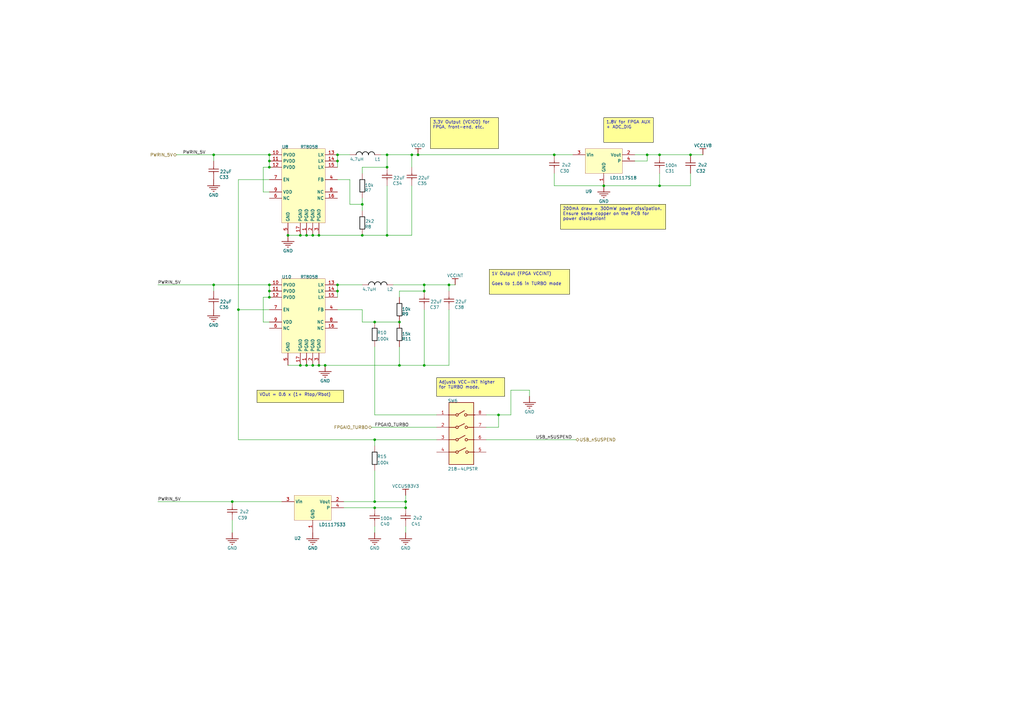
<source format=kicad_sch>
(kicad_sch (version 20231120) (generator "eeschema") (generator_version "8.0")
  (paper "A3")
  (title_block (title "NAE-SONATA-ONE") (date "2024-08-16") (rev "10") (company "NewAE Technology") (comment 2 "Apache-2"))
  (lib_symbols
    (symbol "SONATA-ONE-symbols:GND_POWER_GROUND" (power)
      (property "Reference" "#PWR" (at 0 0 0))
      (property "Value" "GND" (at 0 6.35 0))
      (symbol "GND_POWER_GROUND_0_0"
        (polyline (pts (xy -2.54 -2.54) (xy 2.54 -2.54)) (stroke (width 0.254)))
        (polyline (pts (xy -1.778 -3.302) (xy 1.778 -3.302)) (stroke (width 0.254)))
        (polyline (pts (xy -1.016 -4.064) (xy 1.016 -4.064)) (stroke (width 0.254)))
        (polyline (pts (xy -0.254 -4.826) (xy 0.254 -4.826)) (stroke (width 0.254)))
        (polyline (pts (xy 0 0) (xy 0 -2.54)) (stroke (width 0.254)))
        (pin power_in line (at 0 0 0) (length 0) hide (name "GND") (number ""))
      )
    )
    (symbol "SONATA-ONE-symbols:VCC1V8_BAR" (power)
      (property "Reference" "#PWR" (at 0 0 0))
      (property "Value" "VCC1V8" (at 0 3.81 0))
      (symbol "VCC1V8_BAR_0_0"
        (polyline (pts (xy -1.27 -2.54) (xy 1.27 -2.54)) (stroke (width 0.254)))
        (polyline (pts (xy 0 0) (xy 0 -2.54)) (stroke (width 0.254)))
        (pin power_in line (at 0 0 0) (length 0) hide (name "VCC1V8") (number ""))
      )
    )
    (symbol "SONATA-ONE-symbols:VCCINT_BAR" (power)
      (property "Reference" "#PWR" (at 0 0 0))
      (property "Value" "VCCINT" (at 0 3.81 0))
      (symbol "VCCINT_BAR_0_0"
        (polyline (pts (xy -1.27 -2.54) (xy 1.27 -2.54)) (stroke (width 0.254)))
        (polyline (pts (xy 0 0) (xy 0 -2.54)) (stroke (width 0.254)))
        (pin power_in line (at 0 0 0) (length 0) hide (name "VCCINT") (number ""))
      )
    )
    (symbol "SONATA-ONE-symbols:VCCIO_BAR" (power)
      (property "Reference" "#PWR" (at 0 0 0))
      (property "Value" "VCCIO" (at 0 3.81 0))
      (symbol "VCCIO_BAR_0_0"
        (polyline (pts (xy -1.27 -2.54) (xy 1.27 -2.54)) (stroke (width 0.254)))
        (polyline (pts (xy 0 0) (xy 0 -2.54)) (stroke (width 0.254)))
        (pin power_in line (at 0 0 0) (length 0) hide (name "VCCIO") (number ""))
      )
    )
    (symbol "SONATA-ONE-symbols:VCCUSB3V3_BAR" (power)
      (property "Reference" "#PWR" (at 0 0 0))
      (property "Value" "VCCUSB3V3" (at 0 3.81 0))
      (symbol "VCCUSB3V3_BAR_0_0"
        (polyline (pts (xy -1.27 -2.54) (xy 1.27 -2.54)) (stroke (width 0.254)))
        (polyline (pts (xy 0 0) (xy 0 -2.54)) (stroke (width 0.254)))
        (pin power_in line (at 0 0 0) (length 0) hide (name "VCCUSB3V3") (number ""))
      )
    )
    (symbol "SONATA-ONE-symbols:root_0_CAP"
      (symbol "root_0_CAP_1_0"
        (polyline (pts (xy -2.032 1.778) (xy 2.032 1.778)) (stroke (width 0.254)))
        (polyline (pts (xy 0 0) (xy 0 0.762)) (stroke (width 0.254)))
        (polyline (pts (xy 0 2.54) (xy 0 1.778)) (stroke (width 0.254)))
        (polyline (pts (xy 2.032 0.762) (xy -2.032 0.762)) (stroke (width 0.254)))
        (pin passive line (at 0 5.08 270) (length 2.54) (name "1") (number "1"))
        (pin passive line (at 0 -2.54 90) (length 2.54) (name "2") (number "2"))
      )
    )
    (symbol "SONATA-ONE-symbols:root_0_IND"
      (symbol "root_0_IND_1_0"
        (arc (start -2.54 0) (mid -3.81 1.27) (end -5.08 0) (stroke (width 0.254) (color 0 0 0 1)))
        (arc (start 0 0) (mid -1.27 1.27) (end -2.54 0) (stroke (width 0.254) (color 0 0 0 1)))
        (arc (start 2.54 0) (mid 1.27 1.27) (end 0 0) (stroke (width 0.254) (color 0 0 0 1)))
        (pin passive line (at -7.62 0 0) (length 2.54) (name "1") (number "1"))
        (pin passive line (at 5.08 0 180) (length 2.54) (name "2") (number "2"))
      )
    )
    (symbol "SONATA-ONE-symbols:root_0_LD1117S33"
      (symbol "root_0_LD1117S33_1_0"
        (rectangle (start 7.62 2.54) (end -7.62 -7.62) (stroke (width 0.0254) (color 128 0 0 1)) (fill (type background)))
        (pin passive line (at 0 -12.7 90) (length 5.08) (name "GND") (number "1"))
        (pin passive line (at 12.7 0 180) (length 5.08) (name "Vout") (number "2"))
        (pin passive line (at -12.7 0 0) (length 5.08) (name "Vin") (number "3"))
        (pin passive line (at 12.7 -2.54 180) (length 5.08) (name "P") (number "4"))
      )
    )
    (symbol "SONATA-ONE-symbols:root_0_RES-EU"
      (symbol "root_0_RES-EU_1_0"
        (rectangle (start 1.016 2.54) (end -1.016 -2.54) (stroke (width 0.254) (color 0 0 0 1)))
        (pin passive line (at 0 5.08 270) (length 2.54) (name "1") (number "1"))
        (pin passive line (at 0 -5.08 90) (length 2.54) (name "2") (number "2"))
      )
    )
    (symbol "SONATA-ONE-symbols:root_0_RT8058"
      (symbol "root_0_RT8058_1_0"
        (rectangle (start 17.78 0) (end 0 -30.48) (stroke (width 0.0254) (color 128 0 0 1)) (fill (type background)))
        (pin passive line (at 10.16 -35.56 90) (length 5.08) (name "PGND") (number "1"))
        (pin passive line (at -5.08 -2.54 0) (length 5.08) (name "PVDD") (number "10"))
        (pin passive line (at -5.08 -5.08 0) (length 5.08) (name "PVDD") (number "11"))
        (pin passive line (at -5.08 -7.62 0) (length 5.08) (name "PVDD") (number "12"))
        (pin passive line (at 22.86 -2.54 180) (length 5.08) (name "LX") (number "13"))
        (pin passive line (at 22.86 -5.08 180) (length 5.08) (name "LX") (number "14"))
        (pin passive line (at 22.86 -7.62 180) (length 5.08) (name "LX") (number "15"))
        (pin passive line (at 22.86 -20.32 180) (length 5.08) (name "NC") (number "16"))
        (pin passive line (at 7.62 -35.56 90) (length 5.08) (name "PGND") (number "17"))
        (pin passive line (at 12.7 -35.56 90) (length 5.08) (name "PGND") (number "2"))
        (pin passive line (at 15.24 -35.56 90) (length 5.08) (name "PGND") (number "3"))
        (pin passive line (at 22.86 -12.7 180) (length 5.08) (name "FB") (number "4"))
        (pin passive line (at 2.54 -35.56 90) (length 5.08) (name "GND") (number "5"))
        (pin passive line (at -5.08 -20.32 0) (length 5.08) (name "NC") (number "6"))
        (pin passive line (at -5.08 -12.7 0) (length 5.08) (name "EN") (number "7"))
        (pin passive line (at 22.86 -17.78 180) (length 5.08) (name "NC") (number "8"))
        (pin passive line (at -5.08 -17.78 0) (length 5.08) (name "VDD") (number "9"))
      )
    )
    (symbol "SONATA-ONE-symbols:root_0_a78650ae27aee94b64e9c93150c7d5d"
      (symbol "root_0_a78650ae27aee94b64e9c93150c7d5d_1_0"
        (polyline (pts (xy 4.826 0) (xy 7.62 0)) (stroke (width 0.254)))
        (polyline (pts (xy 5.08 -15.24) (xy 7.874 -15.24)) (stroke (width 0.254)))
        (polyline (pts (xy 5.08 -10.16) (xy 7.62 -10.16)) (stroke (width 0.254)))
        (polyline (pts (xy 5.08 -5.08) (xy 7.874 -5.08)) (stroke (width 0.254)))
        (polyline (pts (xy 8.89 -14.986) (xy 11.938 -13.462)) (stroke (width 0.254)))
        (polyline (pts (xy 8.89 -9.906) (xy 11.684 -8.382)) (stroke (width 0.254)))
        (polyline (pts (xy 8.89 -4.826) (xy 11.43 -3.556)) (stroke (width 0.254)))
        (polyline (pts (xy 8.89 0.254) (xy 11.43 1.778)) (stroke (width 0.254)))
        (polyline (pts (xy 15.24 -5.08) (xy 12.954 -5.08)) (stroke (width 0.254)))
        (polyline (pts (xy 15.494 -15.24) (xy 12.954 -15.24)) (stroke (width 0.254)))
        (polyline (pts (xy 15.494 -10.16) (xy 12.954 -10.16)) (stroke (width 0.254)))
        (polyline (pts (xy 15.748 0) (xy 12.446 0)) (stroke (width 0.254)))
        (circle (center 8.382 -15.24) (radius 0.508) (stroke (width 0.254)))
        (circle (center 8.382 -10.16) (radius 0.508) (stroke (width 0.254)))
        (circle (center 8.382 -5.08) (radius 0.508) (stroke (width 0.254)))
        (circle (center 8.382 0) (radius 0.508) (stroke (width 0.254)))
        (circle (center 11.938 0) (radius 0.508) (stroke (width 0.254)))
        (circle (center 12.192 -10.16) (radius 0.508) (stroke (width 0.254)))
        (circle (center 12.192 -5.08) (radius 0.508) (stroke (width 0.254)))
        (circle (center 12.446 -15.24) (radius 0.508) (stroke (width 0.254)))
        (rectangle (start 15.24 5.08) (end 5.08 -20.32) (stroke (width 0.254) (color 128 0 0 1)) (fill (type background)))
        (pin passive line (at 0 0 0) (length 5.08) (name "1") (number "1"))
        (pin passive line (at 0 -5.08 0) (length 5.08) (name "2") (number "2"))
        (pin passive line (at 0 -10.16 0) (length 5.08) (name "3") (number "3"))
        (pin passive line (at 0 -15.24 0) (length 5.08) (name "4") (number "4"))
        (pin passive line (at 20.32 -15.24 180) (length 5.08) (name "5") (number "5"))
        (pin passive line (at 20.32 -10.16 180) (length 5.08) (name "6") (number "6"))
        (pin passive line (at 20.32 -5.08 180) (length 5.08) (name "7") (number "7"))
        (pin passive line (at 20.32 0 180) (length 5.08) (name "8") (number "8"))
      )
    )
    (symbol "SONATA-ONE-symbols:root_2_RES-EU"
      (symbol "root_2_RES-EU_1_0"
        (rectangle (start 1.016 2.54) (end -1.016 -2.54) (stroke (width 0.254) (color 0 0 0 1)))
        (pin passive line (at 0 -5.08 90) (length 2.54) (name "1") (number "1"))
        (pin passive line (at 0 5.08 270) (length 2.54) (name "2") (number "2"))
      )
    )
  )
  (junction (at 171.45 63.5))
  (junction (at 163.83 132.08))
  (junction (at 118.11 96.52))
  (junction (at 270.51 76.2))
  (junction (at 158.75 96.52))
  (junction (at 123.19 149.86))
  (junction (at 173.99 149.86))
  (junction (at 153.67 205.74))
  (junction (at 184.15 116.84))
  (junction (at 110.49 63.5))
  (junction (at 173.99 116.84))
  (junction (at 110.49 116.84))
  (junction (at 128.27 96.52))
  (junction (at 166.37 205.74))
  (junction (at 123.19 96.52))
  (junction (at 227.33 63.5))
  (junction (at 148.59 96.52))
  (junction (at 148.59 83.82))
  (junction (at 138.43 63.5))
  (junction (at 130.81 96.52))
  (junction (at 158.75 68.58))
  (junction (at 270.51 63.5))
  (junction (at 168.91 63.5))
  (junction (at 110.49 119.38))
  (junction (at 87.63 116.84))
  (junction (at 133.35 149.86))
  (junction (at 138.43 119.38))
  (junction (at 128.27 149.86))
  (junction (at 153.67 132.08))
  (junction (at 283.21 63.5))
  (junction (at 125.73 149.86))
  (junction (at 97.79 127))
  (junction (at 110.49 121.92))
  (junction (at 163.83 149.86))
  (junction (at 158.75 63.5))
  (junction (at 110.49 66.04))
  (junction (at 125.73 96.52))
  (junction (at 95.25 205.74))
  (junction (at 173.99 119.38))
  (junction (at 204.47 170.18))
  (junction (at 138.43 66.04))
  (junction (at 153.67 180.34))
  (junction (at 130.81 149.86))
  (junction (at 265.43 63.5))
  (junction (at 153.67 208.28))
  (junction (at 110.49 68.58))
  (junction (at 166.37 208.28))
  (junction (at 87.63 63.5))
  (junction (at 138.43 116.84))
  (junction (at 247.65 76.2))
  (wire (pts (xy 110.49 63.5) (xy 87.63 63.5)))
  (wire (pts (xy 158.75 68.58) (xy 158.75 63.5)))
  (wire (pts (xy 217.17 162.56) (xy 217.17 160.02)))
  (wire (pts (xy 247.65 76.2) (xy 227.33 76.2)))
  (wire (pts (xy 110.49 68.58) (xy 110.49 66.04)))
  (wire (pts (xy 270.51 63.5) (xy 283.21 63.5)))
  (wire (pts (xy 107.95 121.92) (xy 110.49 121.92)))
  (wire (pts (xy 168.91 96.52) (xy 168.91 76.2)))
  (wire (pts (xy 143.51 83.82) (xy 148.59 83.82)))
  (wire (pts (xy 265.43 63.5) (xy 270.51 63.5)))
  (wire (pts (xy 199.39 175.26) (xy 204.47 175.26)))
  (wire (pts (xy 260.35 66.04) (xy 265.43 66.04)))
  (wire (pts (xy 64.77 205.74) (xy 95.25 205.74)))
  (wire (pts (xy 130.81 96.52) (xy 148.59 96.52)))
  (wire (pts (xy 130.81 149.86) (xy 133.35 149.86)))
  (wire (pts (xy 148.59 96.52) (xy 158.75 96.52)))
  (wire (pts (xy 148.59 127) (xy 138.43 127)))
  (wire (pts (xy 166.37 208.28) (xy 166.37 205.74)))
  (wire (pts (xy 163.83 142.24) (xy 163.83 149.86)))
  (wire (pts (xy 156.21 63.5) (xy 158.75 63.5)))
  (wire (pts (xy 110.49 73.66) (xy 97.79 73.66)))
  (wire (pts (xy 153.67 132.08) (xy 148.59 132.08)))
  (wire (pts (xy 163.83 119.38) (xy 173.99 119.38)))
  (wire (pts (xy 153.67 170.18) (xy 153.67 142.24)))
  (wire (pts (xy 173.99 119.38) (xy 173.99 116.84)))
  (wire (pts (xy 110.49 119.38) (xy 110.49 116.84)))
  (wire (pts (xy 184.15 149.86) (xy 184.15 127)))
  (wire (pts (xy 283.21 76.2) (xy 270.51 76.2)))
  (wire (pts (xy 236.22 180.34) (xy 199.39 180.34)))
  (wire (pts (xy 143.51 73.66) (xy 143.51 83.82)))
  (wire (pts (xy 87.63 66.04) (xy 87.63 63.5)))
  (wire (pts (xy 148.59 132.08) (xy 148.59 127)))
  (wire (pts (xy 270.51 76.2) (xy 247.65 76.2)))
  (wire (pts (xy 87.63 116.84) (xy 64.77 116.84)))
  (wire (pts (xy 72.39 63.5) (xy 87.63 63.5)))
  (wire (pts (xy 270.51 71.12) (xy 270.51 76.2)))
  (wire (pts (xy 110.49 78.74) (xy 107.95 78.74)))
  (wire (pts (xy 283.21 63.5) (xy 288.29 63.5)))
  (wire (pts (xy 204.47 170.18) (xy 199.39 170.18)))
  (wire (pts (xy 107.95 132.08) (xy 107.95 121.92)))
  (wire (pts (xy 153.67 182.88) (xy 153.67 180.34)))
  (wire (pts (xy 209.55 160.02) (xy 209.55 170.18)))
  (wire (pts (xy 138.43 66.04) (xy 138.43 63.5)))
  (wire (pts (xy 265.43 66.04) (xy 265.43 63.5)))
  (wire (pts (xy 118.11 96.52) (xy 123.19 96.52)))
  (wire (pts (xy 138.43 63.5) (xy 143.51 63.5)))
  (wire (pts (xy 163.83 149.86) (xy 173.99 149.86)))
  (wire (pts (xy 138.43 116.84) (xy 148.59 116.84)))
  (wire (pts (xy 97.79 180.34) (xy 153.67 180.34)))
  (wire (pts (xy 140.97 208.28) (xy 153.67 208.28)))
  (wire (pts (xy 168.91 63.5) (xy 171.45 63.5)))
  (wire (pts (xy 153.67 205.74) (xy 153.67 193.04)))
  (wire (pts (xy 133.35 149.86) (xy 163.83 149.86)))
  (wire (pts (xy 184.15 119.38) (xy 184.15 116.84)))
  (wire (pts (xy 179.07 175.26) (xy 152.4 175.26)))
  (wire (pts (xy 107.95 68.58) (xy 110.49 68.58)))
  (wire (pts (xy 260.35 63.5) (xy 265.43 63.5)))
  (wire (pts (xy 184.15 116.84) (xy 186.69 116.84)))
  (wire (pts (xy 173.99 149.86) (xy 184.15 149.86)))
  (wire (pts (xy 283.21 71.12) (xy 283.21 76.2)))
  (wire (pts (xy 110.49 121.92) (xy 110.49 119.38)))
  (wire (pts (xy 161.29 116.84) (xy 173.99 116.84)))
  (wire (pts (xy 118.11 149.86) (xy 123.19 149.86)))
  (wire (pts (xy 163.83 132.08) (xy 153.67 132.08)))
  (wire (pts (xy 204.47 175.26) (xy 204.47 170.18)))
  (wire (pts (xy 227.33 63.5) (xy 234.95 63.5)))
  (wire (pts (xy 153.67 208.28) (xy 166.37 208.28)))
  (wire (pts (xy 110.49 132.08) (xy 107.95 132.08)))
  (wire (pts (xy 209.55 170.18) (xy 204.47 170.18)))
  (wire (pts (xy 95.25 218.44) (xy 95.25 213.36)))
  (wire (pts (xy 173.99 127) (xy 173.99 149.86)))
  (wire (pts (xy 125.73 96.52) (xy 128.27 96.52)))
  (wire (pts (xy 168.91 63.5) (xy 168.91 68.58)))
  (wire (pts (xy 110.49 116.84) (xy 87.63 116.84)))
  (wire (pts (xy 97.79 127) (xy 97.79 180.34)))
  (wire (pts (xy 171.45 63.5) (xy 227.33 63.5)))
  (wire (pts (xy 217.17 160.02) (xy 209.55 160.02)))
  (wire (pts (xy 138.43 68.58) (xy 138.43 66.04)))
  (wire (pts (xy 153.67 180.34) (xy 179.07 180.34)))
  (wire (pts (xy 158.75 63.5) (xy 168.91 63.5)))
  (wire (pts (xy 138.43 73.66) (xy 143.51 73.66)))
  (wire (pts (xy 153.67 218.44) (xy 153.67 215.9)))
  (wire (pts (xy 153.67 205.74) (xy 166.37 205.74)))
  (wire (pts (xy 110.49 66.04) (xy 110.49 63.5)))
  (wire (pts (xy 138.43 121.92) (xy 138.43 119.38)))
  (wire (pts (xy 97.79 73.66) (xy 97.79 127)))
  (wire (pts (xy 128.27 96.52) (xy 130.81 96.52)))
  (wire (pts (xy 179.07 170.18) (xy 153.67 170.18)))
  (wire (pts (xy 123.19 96.52) (xy 125.73 96.52)))
  (wire (pts (xy 173.99 116.84) (xy 184.15 116.84)))
  (wire (pts (xy 148.59 83.82) (xy 148.59 81.28)))
  (wire (pts (xy 227.33 76.2) (xy 227.33 71.12)))
  (wire (pts (xy 140.97 205.74) (xy 153.67 205.74)))
  (wire (pts (xy 107.95 78.74) (xy 107.95 68.58)))
  (wire (pts (xy 166.37 205.74) (xy 166.37 203.2)))
  (wire (pts (xy 123.19 149.86) (xy 125.73 149.86)))
  (wire (pts (xy 125.73 149.86) (xy 128.27 149.86)))
  (wire (pts (xy 158.75 76.2) (xy 158.75 96.52)))
  (wire (pts (xy 110.49 127) (xy 97.79 127)))
  (wire (pts (xy 148.59 86.36) (xy 148.59 83.82)))
  (wire (pts (xy 138.43 119.38) (xy 138.43 116.84)))
  (wire (pts (xy 148.59 71.12) (xy 148.59 68.58)))
  (wire (pts (xy 148.59 68.58) (xy 158.75 68.58)))
  (wire (pts (xy 166.37 218.44) (xy 166.37 215.9)))
  (wire (pts (xy 87.63 119.38) (xy 87.63 116.84)))
  (wire (pts (xy 158.75 96.52) (xy 168.91 96.52)))
  (wire (pts (xy 95.25 205.74) (xy 115.57 205.74)))
  (wire (pts (xy 128.27 149.86) (xy 130.81 149.86)))
  (wire (pts (xy 163.83 121.92) (xy 163.83 119.38)))
  (text_box "VOut = 0.6 x (1+ Rtop/Rbot)" (at 140.97 160.02 0) (size -35.56 5.08) (stroke (width 0) (color 0 0 0 1)) (fill (type color) (color 255 255 150 1)) (effects (font (size 1.27 1.27)) (justify left top)))
  (text_box "1V Output (FPGA VCCINT)\n\nGoes to 1.06 in TURBO mode" (at 200.66 110.49 0) (size 33.02 10.16) (stroke (width 0) (color 0 0 0 1)) (fill (type color) (color 255 255 150 1)) (effects (font (size 1.27 1.27)) (justify left top)))
  (text_box "1.8V for FPGA AUX + ADC_DIG" (at 267.97 48.26 0) (size -20.32 10.16) (stroke (width 0) (color 0 0 0 1)) (fill (type color) (color 255 255 150 1)) (effects (font (size 1.27 1.27)) (justify left top)))
  (text_box "3.3V Output (VCICO) for FPGA, front-end, etc." (at 204.47 48.26 0) (size -27.94 12.7) (stroke (width 0) (color 0 0 0 1)) (fill (type color) (color 255 255 150 1)) (effects (font (size 1.27 1.27)) (justify left top)))
  (text_box "Adjusts VCC-INT higher for TURBO mode." (at 207.01 154.94 0) (size -27.94 7.62) (stroke (width 0) (color 0 0 0 1)) (fill (type color) (color 255 255 150 1)) (effects (font (size 1.27 1.27)) (justify left top)))
  (text_box "200mA draw = 300mW power dissipation. Ensure some copper on the PCB for power dissipation!" (at 273.05 83.82 0) (size -43.18 10.16) (stroke (width 0) (color 0 0 0 1)) (fill (type color) (color 255 255 150 1)) (effects (font (size 1.27 1.27)) (justify left top)))
  (label "PWRIN_5V" (at 74.93 63.5 0))
  (label "PWRIN_5V" (at 64.77 116.84 0))
  (label "FPGAIO_TURBO" (at 153.67 175.26 0))
  (label "PWRIN_5V" (at 64.77 205.74 0))
  (label "USB_nSUSPEND" (at 219.71 180.34 0))
  (hierarchical_label "USB_nSUSPEND" (shape bidirectional) (at 236.22 180.34 0))
  (hierarchical_label "PWRIN_5V" (shape bidirectional) (at 72.39 63.5 180))
  (hierarchical_label "FPGAIO_TURBO" (shape bidirectional) (at 152.4 175.26 180))
  (symbol (lib_id "SONATA-ONE-symbols:root_0_RES-EU") (at 153.67 137.16 0) (unit 1)
    (property "Reference" "R10" (at 154.686 137.16 0) (effects (justify left bottom)))
    (property "Value" "100k" (at 154.686 139.7 0) (effects (justify left bottom)))
    (property "Footprint" "SONATA-ONE-LIBRARY:RESC1005X40N" (effects (hide yes)))
    (property "Description" "10k res, 0402, 1%, 1/16W" (effects (hide yes)))
    (property "MANUFACTURE PART NUMBER 1" "RC0402FR-07100KL" (effects (hide yes)))
  )
  (symbol (lib_id "SONATA-ONE-symbols:root_0_CAP") (at 184.15 124.46 0) (unit 1)
    (property "Reference" "C38" (at 186.436 126.746 0) (effects (justify left bottom)))
    (property "Value" "22uF" (at 186.69 124.46 0) (effects (justify left bottom)))
    (property "Footprint" "SONATA-ONE-LIBRARY:CAPC0805_M" (effects (hide yes)))
    (property "Description" "100n, 0402" (effects (hide yes)))
    (property "MANUFACTURE PART NUMBER 1" "CL21A226MOCLRNC" (effects (hide yes)))
  )
  (symbol (lib_id "SONATA-ONE-symbols:root_0_RES-EU") (at 148.59 91.44 0) (unit 1)
    (property "Reference" "R8" (at 149.606 93.726 0) (effects (justify left bottom)))
    (property "Value" "2k2" (at 149.86 91.44 0) (effects (justify left bottom)))
    (property "Footprint" "SONATA-ONE-LIBRARY:RESC1005X40N" (effects (hide yes)))
    (property "Description" "10k res, 0402, 1%, 1/16W" (effects (hide yes)))
    (property "MANUFACTURE PART NUMBER 1" "RC0402FR-072K2L" (effects (hide yes)))
  )
  (symbol (lib_id "SONATA-ONE-symbols:root_0_IND") (at 151.13 63.5 0) (unit 1)
    (property "Reference" "L1" (at 153.67 66.04 0) (effects (justify left bottom)))
    (property "Value" "4.7uH" (at 143.51 66.04 0) (effects (justify left bottom)))
    (property "Footprint" "SONATA-ONE-LIBRARY:NR6028" (effects (hide yes)))
    (property "Description" "fixed ind, ferrite, shielded" (effects (hide yes)))
    (property "MANUFACTURE PART NUMBER 1" "NR6028T4R7M" (effects (hide yes)))
  )
  (symbol (lib_id "SONATA-ONE-symbols:VCCINT_BAR") (at 186.69 116.84 180) (unit 1)
    (property "Reference" "#PWR0226" (effects (hide yes)))
    (property "Value" "VCCINT" (at 186.69 113.03 0))
    (property "Description" "Power symbol creates a global label with name 'VCCINT'" (effects (hide yes)))
  )
  (symbol (lib_id "SONATA-ONE-symbols:GND_POWER_GROUND") (at 87.63 127 0) (unit 1)
    (property "Reference" "#PWR0114" (effects (hide yes)))
    (property "Value" "GND" (at 87.63 133.35 0))
    (property "Description" "Power symbol creates a global label with name 'GND'" (effects (hide yes)))
  )
  (symbol (lib_id "SONATA-ONE-symbols:GND_POWER_GROUND") (at 128.27 218.44 0) (unit 1)
    (property "Reference" "#PWR0123" (effects (hide yes)))
    (property "Value" "GND" (at 128.27 224.79 0))
    (property "Description" "Power symbol creates a global label with name 'GND'" (effects (hide yes)))
  )
  (symbol (lib_id "SONATA-ONE-symbols:VCC1V8_BAR") (at 288.29 63.5 180) (unit 1)
    (property "Reference" "#PWR0229" (effects (hide yes)))
    (property "Value" "VCC1V8" (at 288.29 59.69 0))
    (property "Description" "Power symbol creates a global label with name 'VCC1V8'" (effects (hide yes)))
  )
  (symbol (lib_id "SONATA-ONE-symbols:GND_POWER_GROUND") (at 95.25 218.44 0) (unit 1)
    (property "Reference" "#PWR0115" (effects (hide yes)))
    (property "Value" "GND" (at 95.25 224.79 0))
    (property "Description" "Power symbol creates a global label with name 'GND'" (effects (hide yes)))
  )
  (symbol (lib_id "SONATA-ONE-symbols:GND_POWER_GROUND") (at 247.65 76.2 0) (unit 1)
    (property "Reference" "#PWR0228" (effects (hide yes)))
    (property "Value" "GND" (at 247.65 82.55 0))
    (property "Description" "Power symbol creates a global label with name 'GND'" (effects (hide yes)))
  )
  (symbol (lib_id "SONATA-ONE-symbols:root_0_RES-EU") (at 163.83 127 0) (unit 1)
    (property "Reference" "R9" (at 164.846 129.54 0) (effects (justify left bottom)))
    (property "Value" "10k" (at 164.846 127.508 0) (effects (justify left bottom)))
    (property "Footprint" "SONATA-ONE-LIBRARY:RESC1005X40N" (effects (hide yes)))
    (property "Description" "10k res, 0402, 1%, 1/16W" (effects (hide yes)))
    (property "MANUFACTURE PART NUMBER 1" "RC0402FR-0710KL" (effects (hide yes)))
  )
  (symbol (lib_id "SONATA-ONE-symbols:GND_POWER_GROUND") (at 153.67 218.44 0) (unit 1)
    (property "Reference" "#PWR0222" (effects (hide yes)))
    (property "Value" "GND" (at 153.67 224.79 0))
    (property "Description" "Power symbol creates a global label with name 'GND'" (effects (hide yes)))
  )
  (symbol (lib_id "SONATA-ONE-symbols:VCCUSB3V3_BAR") (at 166.37 203.2 180) (unit 1)
    (property "Reference" "#PWR0223" (effects (hide yes)))
    (property "Value" "VCCUSB3V3" (at 166.37 199.39 0))
    (property "Description" "Power symbol creates a global label with name 'VCCUSB3V3'" (effects (hide yes)))
  )
  (symbol (lib_id "SONATA-ONE-symbols:root_0_LD1117S33") (at 247.65 63.5 0) (unit 1)
    (property "Reference" "U9" (at 240.03 79.248 0) (effects (justify left bottom)))
    (property "Value" "LD1117S18" (at 250.19 73.66 0) (effects (justify left bottom)))
    (property "Footprint" "SONATA-ONE-LIBRARY:SOT-223" (effects (hide yes)))
    (property "Description" "IC REG LIN POS 3.3V 800MA SOT223" (effects (hide yes)))
    (property "MANUFACTURE PART NUMBER 1" "LD1117S18TR" (effects (hide yes)))
  )
  (symbol (lib_id "SONATA-ONE-symbols:root_0_IND") (at 156.21 116.84 0) (unit 1)
    (property "Reference" "L2" (at 158.75 119.38 0) (effects (justify left bottom)))
    (property "Value" "4.7uH" (at 148.59 119.38 0) (effects (justify left bottom)))
    (property "Footprint" "SONATA-ONE-LIBRARY:NR6028" (effects (hide yes)))
    (property "Description" "fixed ind, ferrite, shielded" (effects (hide yes)))
    (property "MANUFACTURE PART NUMBER 1" "NR6028T4R7M" (effects (hide yes)))
  )
  (symbol (lib_id "SONATA-ONE-symbols:root_0_CAP") (at 87.63 71.12 0) (unit 1)
    (property "Reference" "C33" (at 89.916 73.406 0) (effects (justify left bottom)))
    (property "Value" "22uF" (at 90.17 71.12 0) (effects (justify left bottom)))
    (property "Footprint" "SONATA-ONE-LIBRARY:CAPC0805_M" (effects (hide yes)))
    (property "Description" "100n, 0402" (effects (hide yes)))
    (property "MANUFACTURE PART NUMBER 1" "CL21A226MOCLRNC" (effects (hide yes)))
  )
  (symbol (lib_id "SONATA-ONE-symbols:GND_POWER_GROUND") (at 118.11 96.52 0) (unit 1)
    (property "Reference" "#PWR0117" (effects (hide yes)))
    (property "Value" "GND" (at 118.11 102.87 0))
    (property "Description" "Power symbol creates a global label with name 'GND'" (effects (hide yes)))
  )
  (symbol (lib_id "SONATA-ONE-symbols:root_0_RES-EU") (at 163.83 137.16 0) (unit 1)
    (property "Reference" "R11" (at 164.846 139.7 0) (effects (justify left bottom)))
    (property "Value" "15k" (at 164.846 137.668 0) (effects (justify left bottom)))
    (property "Footprint" "SONATA-ONE-LIBRARY:RESC1005X40N" (effects (hide yes)))
    (property "Description" "10k res, 0402, 1%, 1/16W" (effects (hide yes)))
    (property "MANUFACTURE PART NUMBER 1" "RC0402FR-0715KL" (effects (hide yes)))
  )
  (symbol (lib_id "SONATA-ONE-symbols:root_0_CAP") (at 87.63 124.46 0) (unit 1)
    (property "Reference" "C36" (at 89.916 126.746 0) (effects (justify left bottom)))
    (property "Value" "22uF" (at 90.17 124.46 0) (effects (justify left bottom)))
    (property "Footprint" "SONATA-ONE-LIBRARY:CAPC0805_M" (effects (hide yes)))
    (property "Description" "100n, 0402" (effects (hide yes)))
    (property "MANUFACTURE PART NUMBER 1" "CL21A226MOCLRNC" (effects (hide yes)))
  )
  (symbol (lib_id "SONATA-ONE-symbols:root_0_a78650ae27aee94b64e9c93150c7d5d") (at 179.07 170.18 0) (unit 1)
    (property "Reference" "SW6" (at 183.642 165.1 0) (effects (justify left bottom)))
    (property "Value" "218-4LPSTR" (at 183.642 193.04 0) (effects (justify left bottom)))
    (property "Footprint" "SONATA-ONE-LIBRARY:FP-218-4LPSTR-MFG" (effects (hide yes)))
    (property "Description" "SWITCH SLIDE DIP SPST 25MA 24V" (effects (hide yes)))
  )
  (symbol (lib_id "SONATA-ONE-symbols:root_0_CAP") (at 227.33 68.58 0) (unit 1)
    (property "Reference" "C30" (at 229.616 70.866 0) (effects (justify left bottom)))
    (property "Value" "2u2" (at 230.378 68.326 0) (effects (justify left bottom)))
    (property "Footprint" "SONATA-ONE-LIBRARY:CAPC0603_M" (effects (hide yes)))
    (property "Description" "100n, 0402" (effects (hide yes)))
    (property "MANUFACTURE PART NUMBER 1" "CL10B225KP8NNNC" (effects (hide yes)))
  )
  (symbol (lib_id "SONATA-ONE-symbols:root_2_RES-EU") (at 153.67 187.96 0) (unit 1)
    (property "Reference" "R15" (at 154.686 187.96 0) (effects (justify left bottom)))
    (property "Value" "100k" (at 154.686 190.5 0) (effects (justify left bottom)))
    (property "Footprint" "SONATA-ONE-LIBRARY:RESC1608X55N" (effects (hide yes)))
    (property "Description" "Do Not Mount Resistor" (effects (hide yes)))
    (property "MANUFACTURE PART NUMBER 1" "RC0603FR-07100KL" (effects (hide yes)))
  )
  (symbol (lib_id "SONATA-ONE-symbols:root_0_CAP") (at 95.25 210.82 0) (unit 1)
    (property "Reference" "C39" (at 97.536 213.106 0) (effects (justify left bottom)))
    (property "Value" "2u2" (at 98.298 210.566 0) (effects (justify left bottom)))
    (property "Footprint" "SONATA-ONE-LIBRARY:CAPC0603_M" (effects (hide yes)))
    (property "Description" "100n, 0402" (effects (hide yes)))
    (property "MANUFACTURE PART NUMBER 1" "CL10B225KP8NNNC" (effects (hide yes)))
  )
  (symbol (lib_id "SONATA-ONE-symbols:GND_POWER_GROUND") (at 133.35 149.86 0) (unit 1)
    (property "Reference" "#PWR0124" (effects (hide yes)))
    (property "Value" "GND" (at 133.35 156.21 0))
    (property "Description" "Power symbol creates a global label with name 'GND'" (effects (hide yes)))
  )
  (symbol (lib_id "SONATA-ONE-symbols:root_0_RT8058") (at 115.57 60.96 0) (unit 1)
    (property "Reference" "U8" (at 115.57 60.96 0) (effects (justify left bottom)))
    (property "Value" "RT8058" (at 123.19 60.96 0) (effects (justify left bottom)))
    (property "Footprint" "SONATA-ONE-LIBRARY:QFN16_50P300X300X100_HS-17M" (effects (hide yes)))
    (property "Description" "Switching supply controller, 2A" (effects (hide yes)))
    (property "MANUFACTURE PART NUMBER 1" "RT8058" (effects (hide yes)))
  )
  (symbol (lib_id "SONATA-ONE-symbols:root_0_CAP") (at 168.91 73.66 0) (unit 1)
    (property "Reference" "C35" (at 171.196 75.946 0) (effects (justify left bottom)))
    (property "Value" "22uF" (at 171.45 73.66 0) (effects (justify left bottom)))
    (property "Footprint" "SONATA-ONE-LIBRARY:CAPC0805_M" (effects (hide yes)))
    (property "Description" "100n, 0402" (effects (hide yes)))
    (property "MANUFACTURE PART NUMBER 1" "CL21A226MOCLRNC" (effects (hide yes)))
  )
  (symbol (lib_id "SONATA-ONE-symbols:root_0_CAP") (at 173.99 124.46 0) (unit 1)
    (property "Reference" "C37" (at 176.276 126.746 0) (effects (justify left bottom)))
    (property "Value" "22uF" (at 176.53 124.46 0) (effects (justify left bottom)))
    (property "Footprint" "SONATA-ONE-LIBRARY:CAPC0805_M" (effects (hide yes)))
    (property "Description" "100n, 0402" (effects (hide yes)))
    (property "MANUFACTURE PART NUMBER 1" "CL21A226MOCLRNC" (effects (hide yes)))
  )
  (symbol (lib_id "SONATA-ONE-symbols:root_0_CAP") (at 283.21 68.58 0) (unit 1)
    (property "Reference" "C32" (at 285.496 70.866 0) (effects (justify left bottom)))
    (property "Value" "2u2" (at 286.258 68.326 0) (effects (justify left bottom)))
    (property "Footprint" "SONATA-ONE-LIBRARY:CAPC0603_M" (effects (hide yes)))
    (property "Description" "100n, 0402" (effects (hide yes)))
    (property "MANUFACTURE PART NUMBER 1" "CL10B225KP8NNNC" (effects (hide yes)))
  )
  (symbol (lib_id "SONATA-ONE-symbols:root_0_CAP") (at 166.37 213.36 0) (unit 1)
    (property "Reference" "C41" (at 168.656 215.646 0) (effects (justify left bottom)))
    (property "Value" "2u2" (at 169.418 213.106 0) (effects (justify left bottom)))
    (property "Footprint" "SONATA-ONE-LIBRARY:CAPC0603_M" (effects (hide yes)))
    (property "Description" "100n, 0402" (effects (hide yes)))
    (property "MANUFACTURE PART NUMBER 1" "CL10B225KP8NNNC" (effects (hide yes)))
  )
  (symbol (lib_id "SONATA-ONE-symbols:GND_POWER_GROUND") (at 87.63 73.66 0) (unit 1)
    (property "Reference" "#PWR0113" (effects (hide yes)))
    (property "Value" "GND" (at 87.63 80.01 0))
    (property "Description" "Power symbol creates a global label with name 'GND'" (effects (hide yes)))
  )
  (symbol (lib_id "SONATA-ONE-symbols:root_0_CAP") (at 270.51 68.58 0) (unit 1)
    (property "Reference" "C31" (at 272.796 70.866 0) (effects (justify left bottom)))
    (property "Value" "100n" (at 272.796 68.58 0) (effects (justify left bottom)))
    (property "Footprint" "SONATA-ONE-LIBRARY:CAPC0402_M" (effects (hide yes)))
    (property "Description" "100n, 0402" (effects (hide yes)))
  )
  (symbol (lib_id "SONATA-ONE-symbols:VCCIO_BAR") (at 171.45 63.5 180) (unit 1)
    (property "Reference" "#PWR0225" (effects (hide yes)))
    (property "Value" "VCCIO" (at 171.45 59.69 0))
    (property "Description" "Power symbol creates a global label with name 'VCCIO'" (effects (hide yes)))
  )
  (symbol (lib_id "SONATA-ONE-symbols:root_0_LD1117S33") (at 128.27 205.74 0) (unit 1)
    (property "Reference" "U2" (at 120.65 221.488 0) (effects (justify left bottom)))
    (property "Value" "LD1117S33" (at 130.81 215.9 0) (effects (justify left bottom)))
    (property "Footprint" "SONATA-ONE-LIBRARY:SOT-223" (effects (hide yes)))
    (property "Description" "IC REG LIN POS 3.3V 800MA SOT223" (effects (hide yes)))
    (property "MANUFACTURE PART NUMBER 1" "LD1117S33TR" (effects (hide yes)))
  )
  (symbol (lib_id "SONATA-ONE-symbols:root_0_CAP") (at 153.67 213.36 0) (unit 1)
    (property "Reference" "C40" (at 155.956 215.646 0) (effects (justify left bottom)))
    (property "Value" "100n" (at 155.956 213.36 0) (effects (justify left bottom)))
    (property "Footprint" "SONATA-ONE-LIBRARY:CAPC0402_M" (effects (hide yes)))
    (property "Description" "100n, 0402" (effects (hide yes)))
  )
  (symbol (lib_id "SONATA-ONE-symbols:root_0_RES-EU") (at 148.59 76.2 0) (unit 1)
    (property "Reference" "R7" (at 149.606 78.74 0) (effects (justify left bottom)))
    (property "Value" "10k" (at 149.606 76.708 0) (effects (justify left bottom)))
    (property "Footprint" "SONATA-ONE-LIBRARY:RESC1005X40N" (effects (hide yes)))
    (property "Description" "10k res, 0402, 1%, 1/16W" (effects (hide yes)))
    (property "MANUFACTURE PART NUMBER 1" "RC0402FR-0710KL" (effects (hide yes)))
  )
  (symbol (lib_id "SONATA-ONE-symbols:root_0_RT8058") (at 115.57 114.3 0) (unit 1)
    (property "Reference" "U10" (at 115.57 114.3 0) (effects (justify left bottom)))
    (property "Value" "RT8058" (at 123.19 114.3 0) (effects (justify left bottom)))
    (property "Footprint" "SONATA-ONE-LIBRARY:QFN16_50P300X300X100_HS-17M" (effects (hide yes)))
    (property "Description" "Switching supply controller, 2A" (effects (hide yes)))
    (property "MANUFACTURE PART NUMBER 1" "RT8058" (effects (hide yes)))
  )
  (symbol (lib_id "SONATA-ONE-symbols:GND_POWER_GROUND") (at 166.37 218.44 0) (unit 1)
    (property "Reference" "#PWR0224" (effects (hide yes)))
    (property "Value" "GND" (at 166.37 224.79 0))
    (property "Description" "Power symbol creates a global label with name 'GND'" (effects (hide yes)))
  )
  (symbol (lib_id "SONATA-ONE-symbols:GND_POWER_GROUND") (at 217.17 162.56 0) (unit 1)
    (property "Reference" "#PWR0227" (effects (hide yes)))
    (property "Value" "GND" (at 217.17 168.91 0))
    (property "Description" "Power symbol creates a global label with name 'GND'" (effects (hide yes)))
  )
  (symbol (lib_id "SONATA-ONE-symbols:root_0_CAP") (at 158.75 73.66 0) (unit 1)
    (property "Reference" "C34" (at 161.036 75.946 0) (effects (justify left bottom)))
    (property "Value" "22uF" (at 161.29 73.66 0) (effects (justify left bottom)))
    (property "Footprint" "SONATA-ONE-LIBRARY:CAPC0805_M" (effects (hide yes)))
    (property "Description" "100n, 0402" (effects (hide yes)))
    (property "MANUFACTURE PART NUMBER 1" "CL21A226MOCLRNC" (effects (hide yes)))
  )
)
</source>
